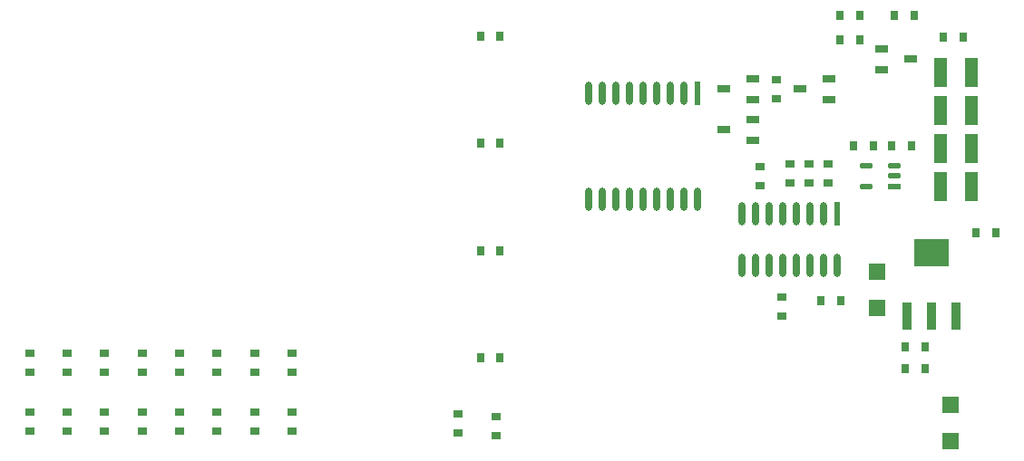
<source format=gtp>
%FSTAX24Y24*%
%MOIN*%
G70*
G01*
G75*
G04 Layer_Color=8421504*
%ADD10R,0.0315X0.0374*%
%ADD11R,0.0374X0.0315*%
%ADD12R,0.0472X0.0256*%
G04:AMPARAMS|DCode=13|XSize=21.7mil|YSize=47.2mil|CornerRadius=0mil|HoleSize=0mil|Usage=FLASHONLY|Rotation=270.000|XOffset=0mil|YOffset=0mil|HoleType=Round|Shape=Octagon|*
%AMOCTAGOND13*
4,1,8,0.0236,0.0054,0.0236,-0.0054,0.0182,-0.0108,-0.0182,-0.0108,-0.0236,-0.0054,-0.0236,0.0054,-0.0182,0.0108,0.0182,0.0108,0.0236,0.0054,0.0*
%
%ADD13OCTAGOND13*%

%ADD14R,0.0472X0.0217*%
%ADD15R,0.0512X0.1063*%
%ADD16O,0.0236X0.0866*%
%ADD17R,0.0236X0.0866*%
%ADD18R,0.0630X0.0630*%
%ADD19R,0.1299X0.1004*%
%ADD20R,0.0374X0.1004*%
%ADD21C,0.0100*%
%ADD22C,0.0200*%
%ADD23C,0.0150*%
%ADD24C,0.0039*%
%ADD25R,0.0787X0.0787*%
%ADD26C,0.0787*%
%ADD27C,0.0591*%
%ADD28R,0.0591X0.0591*%
%ADD29C,0.0709*%
%ADD30R,0.0591X0.0591*%
%ADD31C,0.1800*%
%ADD32C,0.0984*%
%ADD33R,0.0984X0.0984*%
G04:AMPARAMS|DCode=34|XSize=78.7mil|YSize=60mil|CornerRadius=0mil|HoleSize=0mil|Usage=FLASHONLY|Rotation=270.000|XOffset=0mil|YOffset=0mil|HoleType=Round|Shape=Octagon|*
%AMOCTAGOND34*
4,1,8,-0.0150,-0.0394,0.0150,-0.0394,0.0300,-0.0244,0.0300,0.0244,0.0150,0.0394,-0.0150,0.0394,-0.0300,0.0244,-0.0300,-0.0244,-0.0150,-0.0394,0.0*
%
%ADD34OCTAGOND34*%

%ADD35C,0.2441*%
%ADD36C,0.0320*%
%ADD37R,0.0472X0.0728*%
%ADD38C,0.0300*%
D10*
X094567Y085278D02*
D03*
X093858D02*
D03*
X098367Y084478D02*
D03*
X097658D02*
D03*
X094567Y084378D02*
D03*
X093858D02*
D03*
X096467Y080478D02*
D03*
X095758D02*
D03*
X095067D02*
D03*
X094358D02*
D03*
X099567Y077278D02*
D03*
X098858D02*
D03*
X096967Y072278D02*
D03*
X096258D02*
D03*
X080642Y08451D02*
D03*
X08135D02*
D03*
X096258Y073078D02*
D03*
X096967D02*
D03*
X080642Y080573D02*
D03*
X08135D02*
D03*
X080642Y076636D02*
D03*
X08135D02*
D03*
X080642Y072699D02*
D03*
X08135D02*
D03*
X093158Y074778D02*
D03*
X093867D02*
D03*
X095858Y085278D02*
D03*
X096567D02*
D03*
D11*
X092713Y079832D02*
D03*
Y079124D02*
D03*
X091513Y082932D02*
D03*
Y082224D02*
D03*
X090913Y079732D02*
D03*
Y079024D02*
D03*
X081213Y069824D02*
D03*
Y070532D02*
D03*
X079813Y069924D02*
D03*
Y070632D02*
D03*
X093413Y079832D02*
D03*
Y079124D02*
D03*
X073713Y072857D02*
D03*
Y072148D02*
D03*
X072335Y072857D02*
D03*
Y072148D02*
D03*
X070957Y072857D02*
D03*
Y072148D02*
D03*
X069579Y072857D02*
D03*
Y072148D02*
D03*
X068201Y072857D02*
D03*
Y072148D02*
D03*
X066823Y072857D02*
D03*
Y072148D02*
D03*
X065445Y072857D02*
D03*
Y072148D02*
D03*
X064067Y072857D02*
D03*
Y072148D02*
D03*
X092013Y079832D02*
D03*
Y079124D02*
D03*
X091713Y074224D02*
D03*
Y074932D02*
D03*
X073713Y070691D02*
D03*
Y069983D02*
D03*
X072335Y070691D02*
D03*
Y069983D02*
D03*
X070957Y070691D02*
D03*
Y069983D02*
D03*
X069579Y070691D02*
D03*
Y069983D02*
D03*
X068201Y070691D02*
D03*
Y069983D02*
D03*
X066823Y070691D02*
D03*
Y069983D02*
D03*
X065445Y070691D02*
D03*
Y069983D02*
D03*
X064067Y070691D02*
D03*
Y069983D02*
D03*
D12*
X090635Y082952D02*
D03*
Y082204D02*
D03*
X08959Y082578D02*
D03*
X09539Y083304D02*
D03*
Y084052D02*
D03*
X096435Y083678D02*
D03*
X093435Y082952D02*
D03*
Y082204D02*
D03*
X09239Y082578D02*
D03*
X090635Y081452D02*
D03*
Y080704D02*
D03*
X08959Y081078D02*
D03*
D13*
X095835Y079752D02*
D03*
Y079378D02*
D03*
X094801Y079752D02*
D03*
Y079004D02*
D03*
D14*
X095835Y079004D02*
D03*
D15*
X097542Y083178D02*
D03*
X098683D02*
D03*
X097542Y081778D02*
D03*
X098683D02*
D03*
X097542Y080378D02*
D03*
X098683D02*
D03*
X097542Y078978D02*
D03*
X098683D02*
D03*
D16*
X085113Y082423D02*
D03*
X088613Y078533D02*
D03*
X085113D02*
D03*
X085613D02*
D03*
X086113D02*
D03*
X086613D02*
D03*
X087113D02*
D03*
X087613D02*
D03*
X088113D02*
D03*
X085613Y082423D02*
D03*
X086113D02*
D03*
X086613D02*
D03*
X087113D02*
D03*
X087613D02*
D03*
X088113D02*
D03*
X084613D02*
D03*
Y078533D02*
D03*
X090257Y077996D02*
D03*
X093757Y076106D02*
D03*
X090257D02*
D03*
X090757D02*
D03*
X091257D02*
D03*
X091757D02*
D03*
X092257D02*
D03*
X092757D02*
D03*
X093257D02*
D03*
X090757Y077996D02*
D03*
X091257D02*
D03*
X091757D02*
D03*
X092257D02*
D03*
X092757D02*
D03*
X093257D02*
D03*
D17*
X088613Y082423D02*
D03*
X093757Y077996D02*
D03*
D18*
X097913Y070947D02*
D03*
Y069609D02*
D03*
X095213Y074509D02*
D03*
Y075847D02*
D03*
D19*
X097213Y076549D02*
D03*
D20*
X098118Y074207D02*
D03*
X097213D02*
D03*
X096307D02*
D03*
M02*

</source>
